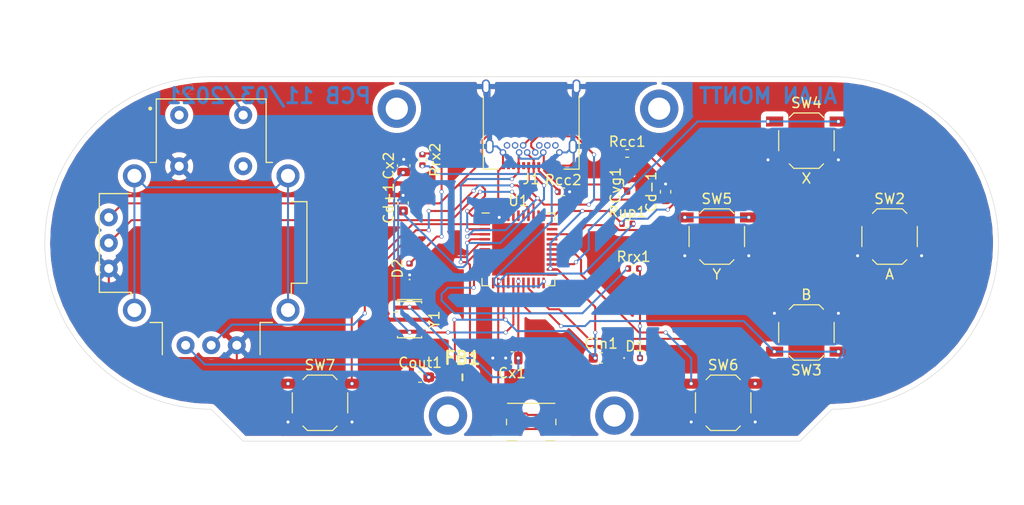
<source format=kicad_pcb>
(kicad_pcb (version 20171130) (host pcbnew "(5.1.9)-1")
  (layers (0 F.Cu signal) (31 B.Cu signal) (34 B.Paste user) (35 F.Paste user) (36 B.SilkS user) (37 F.SilkS user) (38 B.Mask user) (39 F.Mask user) (44 Edge.Cuts user))
  (net 0 "")
  (net 1 GND)
  (net 2 "Net-(Cd+1-Pad1)")
  (net 3 "Net-(Cd-1-Pad1)")
  (net 4 VCC)
  (net 5 "Net-(Cvg1-Pad1)")
  (net 6 XTAL1)
  (net 7 XTAL2)
  (net 8 "Net-(D1-Pad2)")
  (net 9 "Net-(J1-PadA2)")
  (net 10 "Net-(J1-PadA3)")
  (net 11 "Net-(J1-PadA5)")
  (net 12 "Net-(J1-PadA10)")
  (net 13 "Net-(J1-PadA8)")
  (net 14 "Net-(J1-PadA11)")
  (net 15 "Net-(J1-PadB2)")
  (net 16 "Net-(J1-PadB3)")
  (net 17 "Net-(J1-PadB5)")
  (net 18 "Net-(J1-PadB8)")
  (net 19 "Net-(J1-PadB10)")
  (net 20 "Net-(J1-PadB11)")
  (net 21 RXLED)
  (net 22 "Net-(Rup1-Pad2)")
  (net 23 D7)
  (net 24 "Net-(U1-Pad6)")
  (net 25 "Net-(U1-Pad9)")
  (net 26 "Net-(U1-Pad10)")
  (net 27 "Net-(U1-Pad11)")
  (net 28 "D11(PWM)")
  (net 29 D3)
  (net 30 D2)
  (net 31 "D0(RX)")
  (net 32 "D1(TX)")
  (net 33 D4)
  (net 34 D12)
  (net 35 "D6(PWM)")
  (net 36 "D9(PWM)")
  (net 37 "D10(PWM)")
  (net 38 "D5(PWM)")
  (net 39 "D13(PWM)")
  (net 40 "Net-(U1-Pad33)")
  (net 41 A0)
  (net 42 A1)
  (net 43 A2)
  (net 44 A3)
  (net 45 A4)
  (net 46 A5)
  (net 47 "Net-(U1-Pad42)")
  (net 48 "Net-(D2-Pad2)")
  (net 49 TXLED)
  (net 50 SW)
  (net 51 "Net-(U2-PadS1)")
  (net 52 D8)
  (module MountingHole:MountingHole_2.2mm_M2_DIN965_Pad (layer F.Cu) (at 116.205 55.245)
    (fp_text reference REF** hide)
    (fp_text value MountingHole_2.2mm_M2_DIN965_Pad)
    (pad 1 thru_hole circle (at 0 0) (size 3.8 3.8) (drill 2.2) (layers *.Cu *.Mask))
  )
  (module MountingHole:MountingHole_2.2mm_M2_DIN965_Pad (layer F.Cu) (at 90.17 55.245)
    (fp_text reference REF** hide)
    (fp_text value MountingHole_2.2mm_M2_DIN965_Pad)
    (pad 1 thru_hole circle (at 0 0) (size 3.8 3.8) (drill 2.2) (layers *.Cu *.Mask))
  )
  (module MountingHole:MountingHole_2.2mm_M2_DIN965_Pad (layer F.Cu) (at 95.25 85.725)
    (fp_text reference REF** hide)
    (fp_text value MountingHole_2.2mm_M2_DIN965_Pad)
    (pad 1 thru_hole circle (at 0 0) (size 3.8 3.8) (drill 2.2) (layers *.Cu *.Mask))
  )
  (module MountingHole:MountingHole_2.2mm_M2_DIN965_Pad (layer F.Cu) (at 111.76 85.725)
    (fp_text reference REF** hide)
    (fp_text value MountingHole_2.2mm_M2_DIN965_Pad)
    (pad 1 thru_hole circle (at 0 0) (size 3.8 3.8) (drill 2.2) (layers *.Cu *.Mask))
  )
  (module Joystick:XDCR_COM-09032 (layer F.Cu) (at 71.755 68.58)
    (fp_text reference U2 (at -2.625 -15.235) (layer F.SilkS) (effects (font (thickness 0.015))))
    (fp_text value COM-09032)
    (pad B1A thru_hole circle (at -3.175 -12.7) (size 1.778 1.778) (drill 0.9) (layers *.Cu *.Mask) (net 50 SW))
    (pad B1B thru_hole circle (at 3.175 -12.7) (size 1.778 1.778) (drill 0.9) (layers *.Cu *.Mask))
    (pad B2A thru_hole circle (at -3.175 -7.62) (size 1.778 1.778) (drill 0.9) (layers *.Cu *.Mask) (net 1 GND))
    (pad B2B thru_hole circle (at 3.175 -7.62) (size 1.778 1.778) (drill 0.9) (layers *.Cu *.Mask))
    (pad H1 thru_hole circle (at -2.54 10.16) (size 1.778 1.778) (drill 0.889) (layers *.Cu *.Mask) (net 4 VCC))
    (pad H2 thru_hole circle (at 0 10.16) (size 1.778 1.778) (drill 0.889) (layers *.Cu *.Mask) (net 41 A0))
    (pad H3 thru_hole circle (at 2.54 10.16) (size 1.778 1.778) (drill 0.889) (layers *.Cu *.Mask) (net 1 GND))
    (pad S1 thru_hole circle (at -7.62 -6.6675) (size 2.286 2.286) (drill 1.397) (layers *.Cu *.Mask) (net 51 "Net-(U2-PadS1)"))
    (pad S2 thru_hole circle (at -7.62 6.6675) (size 2.286 2.286) (drill 1.397) (layers *.Cu *.Mask) (net 51 "Net-(U2-PadS1)"))
    (pad S3 thru_hole circle (at 7.62 6.6675) (size 2.286 2.286) (drill 1.397) (layers *.Cu *.Mask) (net 51 "Net-(U2-PadS1)"))
    (pad S4 thru_hole circle (at 7.62 -6.6675) (size 2.286 2.286) (drill 1.397) (layers *.Cu *.Mask) (net 51 "Net-(U2-PadS1)"))
    (pad V1 thru_hole circle (at -10.16 -2.54) (size 1.778 1.778) (drill 0.889) (layers *.Cu *.Mask) (net 4 VCC))
    (pad V2 thru_hole circle (at -10.16 0) (size 1.778 1.778) (drill 0.889) (layers *.Cu *.Mask) (net 42 A1))
    (pad V3 thru_hole circle (at -10.16 2.54) (size 1.778 1.778) (drill 0.889) (layers *.Cu *.Mask) (net 1 GND))
  )
  (module Button_Switch_SMD:SW_SPST_TL3342 (layer F.Cu) (at 130.81 77.47 180)
    (fp_text reference SW3 (at 0 -3.75) (layer F.SilkS))
    (fp_text value B (at 0 3.75) (layer F.SilkS))
    (pad 2 smd rect (at 3.15 1.9 180) (size 1.7 1) (layers F.Cu F.Paste F.Mask) (net 1 GND))
    (pad 2 smd rect (at -3.15 1.9 180) (size 1.7 1) (layers F.Cu F.Paste F.Mask) (net 1 GND))
    (pad 1 smd rect (at 3.15 -1.9 180) (size 1.7 1) (layers F.Cu F.Paste F.Mask) (net 29 D3))
    (pad 1 smd rect (at -3.15 -1.9 180) (size 1.7 1) (layers F.Cu F.Paste F.Mask) (net 29 D3))
  )
  (module Capacitor_SMD:C_0603_1608Metric (layer F.Cu) (at 90.795001 64.624999 90)
    (fp_text reference Cd+1 (at 0 -1.43 90) (layer F.SilkS))
    (fp_text value 47n)
    (pad 1 smd roundrect (at -0.775 0 90) (size 0.9 0.95) (layers F.Cu F.Paste F.Mask) (net 2 "Net-(Cd+1-Pad1)"))
    (pad 2 smd roundrect (at 0.775 0 90) (size 0.9 0.95) (layers F.Cu F.Paste F.Mask) (net 1 GND))
  )
  (module Capacitor_SMD:C_0603_1608Metric (layer F.Cu) (at 116.84 63.5 90)
    (fp_text reference Cd-1 (at 0 -1.43 90) (layer F.SilkS))
    (fp_text value 47n)
    (pad 2 smd roundrect (at 0.775 0 90) (size 0.9 0.95) (layers F.Cu F.Paste F.Mask) (net 1 GND))
    (pad 1 smd roundrect (at -0.775 0 90) (size 0.9 0.95) (layers F.Cu F.Paste F.Mask) (net 3 "Net-(Cd-1-Pad1)"))
  )
  (module Capacitor_SMD:C_0603_1608Metric (layer F.Cu) (at 110.435001 80.000001)
    (fp_text reference Cin1 (at 0 -1.43) (layer F.SilkS))
    (fp_text value 4.7u)
    (pad 1 smd roundrect (at -0.775 0) (size 0.9 0.95) (layers F.Cu F.Paste F.Mask) (net 4 VCC))
    (pad 2 smd roundrect (at 0.775 0) (size 0.9 0.95) (layers F.Cu F.Paste F.Mask) (net 1 GND))
  )
  (module Capacitor_SMD:C_0603_1608Metric_Pad1.08x0.95mm_HandSolder (layer F.Cu) (at 92.480001 81.905001)
    (fp_text reference Cout1 (at 0 -1.43) (layer F.SilkS))
    (fp_text value 100n)
    (pad 1 smd roundrect (at -0.8625 0) (size 1.075 0.95) (layers F.Cu F.Paste F.Mask) (net 1 GND))
    (pad 2 smd roundrect (at 0.8625 0) (size 1.075 0.95) (layers F.Cu F.Paste F.Mask) (net 4 VCC))
  )
  (module Capacitor_SMD:C_0402_1005Metric_Pad0.74x0.62mm_HandSolder (layer F.Cu) (at 113.03 62.865 90)
    (fp_text reference Cvg1 (at 0 -1.16 90) (layer F.SilkS))
    (fp_text value 10n)
    (pad 1 smd roundrect (at -0.5675 0 90) (size 0.735 0.62) (layers F.Cu F.Paste F.Mask) (net 5 "Net-(Cvg1-Pad1)"))
    (pad 2 smd roundrect (at 0.5675 0 90) (size 0.735 0.62) (layers F.Cu F.Paste F.Mask) (net 1 GND))
  )
  (module Capacitor_SMD:C_0504_1310Metric_Pad0.83x1.28mm_HandSolder (layer F.Cu) (at 101.6 80.01 180)
    (fp_text reference Cx1 (at 0 -1.49) (layer F.SilkS))
    (fp_text value 22p)
    (pad 1 smd roundrect (at -0.6275 0 180) (size 0.835 1.28) (layers F.Cu F.Paste F.Mask) (net 6 XTAL1))
    (pad 2 smd roundrect (at 0.6275 0 180) (size 0.835 1.28) (layers F.Cu F.Paste F.Mask) (net 1 GND))
  )
  (module Capacitor_SMD:C_0504_1310Metric_Pad0.83x1.28mm_HandSolder (layer F.Cu) (at 90.855001 60.904999 90)
    (fp_text reference Cx2 (at 0 -1.49 90) (layer F.SilkS))
    (fp_text value 22p)
    (pad 2 smd roundrect (at 0.6275 0 90) (size 0.835 1.28) (layers F.Cu F.Paste F.Mask) (net 1 GND))
    (pad 1 smd roundrect (at -0.6275 0 90) (size 0.835 1.28) (layers F.Cu F.Paste F.Mask) (net 7 XTAL2))
  )
  (module LED_SMD:LED_0402_1005Metric (layer F.Cu) (at 113.815 80.01)
    (fp_text reference D1 (at 0 -1.17) (layer F.SilkS))
    (fp_text value LED)
    (pad 2 smd roundrect (at 0.485 0) (size 0.59 0.64) (layers F.Cu F.Paste F.Mask) (net 8 "Net-(D1-Pad2)"))
    (pad 1 smd roundrect (at -0.485 0) (size 0.59 0.64) (layers F.Cu F.Paste F.Mask) (net 1 GND))
  )
  (module LED_SMD:LED_0402_1005Metric (layer F.Cu) (at 91.44 71.12 90)
    (fp_text reference D2 (at 0 -1.195001 90) (layer F.SilkS))
    (fp_text value LED)
    (pad 1 smd roundrect (at -0.485 0 90) (size 0.59 0.64) (layers F.Cu F.Paste F.Mask) (net 1 GND))
    (pad 2 smd roundrect (at 0.485 0 90) (size 0.59 0.64) (layers F.Cu F.Paste F.Mask) (net 48 "Net-(D2-Pad2)"))
  )
  (module FerriteSMD:BEADC1608X95N (layer F.Cu) (at 96.680001 81.925001)
    (fp_text reference FB1 (at 0 -1.915001) (layer F.SilkS) (effects (font (size 1.27 1.27) (thickness 0.254))))
    (fp_text value Ferrite_Bead_Small hide)
    (pad 1 smd rect (at -0.75 0 90) (size 1 1) (layers F.Cu F.Paste F.Mask) (net 4 VCC))
    (pad 2 smd rect (at 0.75 0 90) (size 1 1) (layers F.Cu F.Paste F.Mask) (net 5 "Net-(Cvg1-Pad1)"))
  )
  (module Connector_USB:USB_C_Receptacle_Amphenol_12401548E4-2A (layer F.Cu) (at 103.505 55.88 180)
    (fp_text reference J1 (at 0 -6.36) (layer F.SilkS))
    (fp_text value USB_C_Receptacle)
    (pad B11 thru_hole circle (at -2.4 -3.01 180) (size 0.65 0.65) (drill 0.4) (layers *.Cu *.Mask) (net 20 "Net-(J1-PadB11)"))
    (pad B10 thru_hole circle (at -1.6 -3.01 180) (size 0.65 0.65) (drill 0.4) (layers *.Cu *.Mask) (net 19 "Net-(J1-PadB10)"))
    (pad B8 thru_hole circle (at -0.8 -3.01 180) (size 0.65 0.65) (drill 0.4) (layers *.Cu *.Mask) (net 18 "Net-(J1-PadB8)"))
    (pad B5 thru_hole circle (at 0.8 -3.01 180) (size 0.65 0.65) (drill 0.4) (layers *.Cu *.Mask) (net 17 "Net-(J1-PadB5)"))
    (pad B3 thru_hole circle (at 1.6 -3.01 180) (size 0.65 0.65) (drill 0.4) (layers *.Cu *.Mask) (net 16 "Net-(J1-PadB3)"))
    (pad B2 thru_hole circle (at 2.4 -3.01 180) (size 0.65 0.65) (drill 0.4) (layers *.Cu *.Mask) (net 15 "Net-(J1-PadB2)"))
    (pad B12 thru_hole circle (at -2.8 -3.71 180) (size 0.65 0.65) (drill 0.4) (layers *.Cu *.Mask) (net 1 GND))
    (pad B9 thru_hole circle (at -1.2 -3.71 180) (size 0.65 0.65) (drill 0.4) (layers *.Cu *.Mask) (net 5 "Net-(Cvg1-Pad1)"))
    (pad B7 thru_hole circle (at -0.4 -3.71 180) (size 0.65 0.65) (drill 0.4) (layers *.Cu *.Mask) (net 3 "Net-(Cd-1-Pad1)"))
    (pad B6 thru_hole circle (at 0.4 -3.71 180) (size 0.65 0.65) (drill 0.4) (layers *.Cu *.Mask) (net 2 "Net-(Cd+1-Pad1)"))
    (pad B4 thru_hole circle (at 1.2 -3.71 180) (size 0.65 0.65) (drill 0.4) (layers *.Cu *.Mask) (net 5 "Net-(Cvg1-Pad1)"))
    (pad B1 thru_hole circle (at 2.8 -3.71 180) (size 0.65 0.65) (drill 0.4) (layers *.Cu *.Mask) (net 1 GND))
    (pad "" np_thru_hole circle (at -3.6 -4.36 180) (size 0.65 0.65) (drill 0.65) (layers *.Cu *.Mask))
    (pad "" np_thru_hole oval (at 3.6 -4.36 180) (size 0.95 0.65) (drill oval 0.95 0.65) (layers *.Cu *.Mask))
    (pad S1 thru_hole oval (at -4.49 2.84 180) (size 0.8 1.4) (drill oval 0.5 1.1) (layers *.Cu *.Mask) (net 1 GND))
    (pad S1 thru_hole oval (at 4.49 2.84 180) (size 0.8 1.4) (drill oval 0.5 1.1) (layers *.Cu *.Mask) (net 1 GND))
    (pad S1 thru_hole oval (at 4.13 -3.11 180) (size 0.8 1.4) (drill oval 0.5 1.1) (layers *.Cu *.Mask) (net 1 GND))
    (pad A11 smd rect (at 2.25 -5.02 180) (size 0.3 0.7) (layers F.Cu F.Paste F.Mask) (net 14 "Net-(J1-PadA11)"))
    (pad A8 smd rect (at 0.75 -5.02 180) (size 0.3 0.7) (layers F.Cu F.Paste F.Mask) (net 13 "Net-(J1-PadA8)"))
    (pad A9 smd rect (at 1.25 -5.02 180) (size 0.3 0.7) (layers F.Cu F.Paste F.Mask) (net 5 "Net-(Cvg1-Pad1)"))
    (pad A10 smd rect (at 1.75 -5.02 180) (size 0.3 0.7) (layers F.Cu F.Paste F.Mask) (net 12 "Net-(J1-PadA10)"))
    (pad A12 smd rect (at 2.75 -5.02 180) (size 0.3 0.7) (layers F.Cu F.Paste F.Mask) (net 1 GND))
    (pad A7 smd rect (at 0.25 -5.02 180) (size 0.3 0.7) (layers F.Cu F.Paste F.Mask) (net 3 "Net-(Cd-1-Pad1)"))
    (pad A6 smd rect (at -0.25 -5.02 180) (size 0.3 0.7) (layers F.Cu F.Paste F.Mask) (net 2 "Net-(Cd+1-Pad1)"))
    (pad A5 smd rect (at -0.75 -5.02 180) (size 0.3 0.7) (layers F.Cu F.Paste F.Mask) (net 11 "Net-(J1-PadA5)"))
    (pad A4 smd rect (at -1.25 -5.02 180) (size 0.3 0.7) (layers F.Cu F.Paste F.Mask) (net 5 "Net-(Cvg1-Pad1)"))
    (pad A3 smd rect (at -1.75 -5.02 180) (size 0.3 0.7) (layers F.Cu F.Paste F.Mask) (net 10 "Net-(J1-PadA3)"))
    (pad A2 smd rect (at -2.25 -5.02 180) (size 0.3 0.7) (layers F.Cu F.Paste F.Mask) (net 9 "Net-(J1-PadA2)"))
    (pad A1 smd rect (at -2.75 -5.02 180) (size 0.3 0.7) (layers F.Cu F.Paste F.Mask) (net 1 GND))
    (pad S1 thru_hole oval (at -4.13 -3.11 180) (size 0.8 1.4) (drill oval 0.5 1.1) (layers *.Cu *.Mask) (net 1 GND))
  )
  (module Resistor_SMD:R_0402_1005Metric (layer F.Cu) (at 113.03 59.69)
    (fp_text reference Rcc1 (at 0 -1.17) (layer F.SilkS))
    (fp_text value 5.1k)
    (pad 2 smd roundrect (at 0.51 0) (size 0.54 0.64) (layers F.Cu F.Paste F.Mask) (net 1 GND))
    (pad 1 smd roundrect (at -0.51 0) (size 0.54 0.64) (layers F.Cu F.Paste F.Mask) (net 17 "Net-(J1-PadB5)"))
  )
  (module Resistor_SMD:R_0402_1005Metric (layer F.Cu) (at 106.68 63.5)
    (fp_text reference Rcc2 (at 0 -1.17) (layer F.SilkS))
    (fp_text value 5.1k)
    (pad 1 smd roundrect (at -0.51 0) (size 0.54 0.64) (layers F.Cu F.Paste F.Mask) (net 11 "Net-(J1-PadA5)"))
    (pad 2 smd roundrect (at 0.51 0) (size 0.54 0.64) (layers F.Cu F.Paste F.Mask) (net 1 GND))
  )
  (module Resistor_SMD:R_0402_1005Metric (layer F.Cu) (at 113.665 71.12)
    (fp_text reference Rrx1 (at 0 -1.17) (layer F.SilkS))
    (fp_text value 330)
    (pad 1 smd roundrect (at -0.51 0) (size 0.54 0.64) (layers F.Cu F.Paste F.Mask) (net 21 RXLED))
    (pad 2 smd roundrect (at 0.51 0) (size 0.54 0.64) (layers F.Cu F.Paste F.Mask) (net 8 "Net-(D1-Pad2)"))
  )
  (module Resistor_SMD:R_0402_1005Metric (layer F.Cu) (at 92.71 60.325 90)
    (fp_text reference Rrx2 (at 0 1.27 90) (layer F.SilkS))
    (fp_text value 330)
    (pad 2 smd roundrect (at 0.51 0 90) (size 0.54 0.64) (layers F.Cu F.Paste F.Mask) (net 48 "Net-(D2-Pad2)"))
    (pad 1 smd roundrect (at -0.51 0 90) (size 0.54 0.64) (layers F.Cu F.Paste F.Mask) (net 49 TXLED))
  )
  (module Resistor_SMD:R_0402_1005Metric (layer F.Cu) (at 113.03 66.675)
    (fp_text reference Rup1 (at 0 -1.17) (layer F.SilkS))
    (fp_text value 10k)
    (pad 1 smd roundrect (at -0.51 0) (size 0.54 0.64) (layers F.Cu F.Paste F.Mask) (net 4 VCC))
    (pad 2 smd roundrect (at 0.51 0) (size 0.54 0.64) (layers F.Cu F.Paste F.Mask) (net 22 "Net-(Rup1-Pad2)"))
  )
  (module Button_Switch_SMD:Panasonic_EVQPUM_EVQPUD (layer F.Cu) (at 103.505 86.36 180)
    (fp_text reference SW1 hide)
    (fp_text value SW_Push)
    (pad 2 smd rect (at 2.575 0.85) (size 1.45 1) (layers F.Cu F.Paste F.Mask) (net 22 "Net-(Rup1-Pad2)"))
    (pad 2 smd rect (at -2.575 0.85) (size 1.45 1) (layers F.Cu F.Paste F.Mask) (net 22 "Net-(Rup1-Pad2)"))
    (pad 1 smd rect (at -2.575 -0.85) (size 1.45 1) (layers F.Cu F.Paste F.Mask) (net 1 GND))
    (pad 1 smd rect (at 2.575 -0.85) (size 1.45 1) (layers F.Cu F.Paste F.Mask) (net 1 GND))
    (pad "" np_thru_hole circle (at 0 1.375) (size 0.75 0.75) (drill 0.75) (layers *.Cu *.Mask))
    (pad "" np_thru_hole circle (at 0 -1.375) (size 0.75 0.75) (drill 0.75) (layers *.Cu *.Mask))
  )
  (module Button_Switch_SMD:SW_SPST_TL3342 (layer F.Cu) (at 139.065 67.945)
    (fp_text reference SW2 (at 0 -3.75) (layer F.SilkS))
    (fp_text value A (at 0 3.75) (layer F.SilkS))
    (pad 1 smd rect (at -3.15 -1.9) (size 1.7 1) (layers F.Cu F.Paste F.Mask) (net 30 D2))
    (pad 1 smd rect (at 3.15 -1.9) (size 1.7 1) (layers F.Cu F.Paste F.Mask) (net 30 D2))
    (pad 2 smd rect (at -3.15 1.9) (size 1.7 1) (layers F.Cu F.Paste F.Mask) (net 1 GND))
    (pad 2 smd rect (at 3.15 1.9) (size 1.7 1) (layers F.Cu F.Paste F.Mask) (net 1 GND))
  )
  (module Button_Switch_SMD:SW_SPST_TL3342 (layer F.Cu) (at 130.81 58.42)
    (fp_text reference SW4 (at 0 -3.75) (layer F.SilkS))
    (fp_text value X (at 0 3.75) (layer F.SilkS))
    (pad 1 smd rect (at -3.15 -1.9) (size 1.7 1) (layers F.Cu F.Paste F.Mask) (net 33 D4))
    (pad 1 smd rect (at 3.15 -1.9) (size 1.7 1) (layers F.Cu F.Paste F.Mask) (net 33 D4))
    (pad 2 smd rect (at -3.15 1.9) (size 1.7 1) (layers F.Cu F.Paste F.Mask) (net 1 GND))
    (pad 2 smd rect (at 3.15 1.9) (size 1.7 1) (layers F.Cu F.Paste F.Mask) (net 1 GND))
  )
  (module Button_Switch_SMD:SW_SPST_TL3342 (layer F.Cu) (at 121.92 67.945)
    (fp_text reference SW5 (at 0 -3.75) (layer F.SilkS))
    (fp_text value Y (at 0 3.75) (layer F.SilkS))
    (pad 2 smd rect (at 3.15 1.9) (size 1.7 1) (layers F.Cu F.Paste F.Mask) (net 1 GND))
    (pad 2 smd rect (at -3.15 1.9) (size 1.7 1) (layers F.Cu F.Paste F.Mask) (net 1 GND))
    (pad 1 smd rect (at 3.15 -1.9) (size 1.7 1) (layers F.Cu F.Paste F.Mask) (net 38 "D5(PWM)"))
    (pad 1 smd rect (at -3.15 -1.9) (size 1.7 1) (layers F.Cu F.Paste F.Mask) (net 38 "D5(PWM)"))
  )
  (module Package_DFN_QFN:QFN-44-1EP_7x7mm_P0.5mm_EP5.2x5.2mm (layer F.Cu) (at 102.235 69.215)
    (fp_text reference U1 (at 0 -4.82) (layer F.SilkS))
    (fp_text value ATmega32U4-MU)
    (pad 1 smd roundrect (at -3.3375 -2.5) (size 1.075 0.25) (layers F.Cu F.Paste F.Mask) (net 23 D7))
    (pad 2 smd roundrect (at -3.3375 -2) (size 1.075 0.25) (layers F.Cu F.Paste F.Mask) (net 4 VCC))
    (pad 3 smd roundrect (at -3.3375 -1.5) (size 1.075 0.25) (layers F.Cu F.Paste F.Mask) (net 3 "Net-(Cd-1-Pad1)"))
    (pad 4 smd roundrect (at -3.3375 -1) (size 1.075 0.25) (layers F.Cu F.Paste F.Mask) (net 2 "Net-(Cd+1-Pad1)"))
    (pad 5 smd roundrect (at -3.3375 -0.5) (size 1.075 0.25) (layers F.Cu F.Paste F.Mask) (net 1 GND))
    (pad 6 smd roundrect (at -3.3375 0) (size 1.075 0.25) (layers F.Cu F.Paste F.Mask) (net 24 "Net-(U1-Pad6)"))
    (pad 7 smd roundrect (at -3.3375 0.5) (size 1.075 0.25) (layers F.Cu F.Paste F.Mask) (net 5 "Net-(Cvg1-Pad1)"))
    (pad 8 smd roundrect (at -3.3375 1) (size 1.075 0.25) (layers F.Cu F.Paste F.Mask) (net 21 RXLED))
    (pad 9 smd roundrect (at -3.3375 1.5) (size 1.075 0.25) (layers F.Cu F.Paste F.Mask) (net 25 "Net-(U1-Pad9)"))
    (pad 10 smd roundrect (at -3.3375 2) (size 1.075 0.25) (layers F.Cu F.Paste F.Mask) (net 26 "Net-(U1-Pad10)"))
    (pad 11 smd roundrect (at -3.3375 2.5) (size 1.075 0.25) (layers F.Cu F.Paste F.Mask) (net 27 "Net-(U1-Pad11)"))
    (pad 12 smd roundrect (at -2.5 3.3375) (size 0.25 1.075) (layers F.Cu F.Paste F.Mask) (net 28 "D11(PWM)"))
    (pad 13 smd roundrect (at -2 3.3375) (size 0.25 1.075) (layers F.Cu F.Paste F.Mask) (net 22 "Net-(Rup1-Pad2)"))
    (pad 14 smd roundrect (at -1.5 3.3375) (size 0.25 1.075) (layers F.Cu F.Paste F.Mask) (net 4 VCC))
    (pad 15 smd roundrect (at -1 3.3375) (size 0.25 1.075) (layers F.Cu F.Paste F.Mask) (net 1 GND))
    (pad 16 smd roundrect (at -0.5 3.3375) (size 0.25 1.075) (layers F.Cu F.Paste F.Mask) (net 7 XTAL2))
    (pad 17 smd roundrect (at 0 3.3375) (size 0.25 1.075) (layers F.Cu F.Paste F.Mask) (net 6 XTAL1))
    (pad 18 smd roundrect (at 0.5 3.3375) (size 0.25 1.075) (layers F.Cu F.Paste F.Mask) (net 29 D3))
    (pad 19 smd roundrect (at 1 3.3375) (size 0.25 1.075) (layers F.Cu F.Paste F.Mask) (net 30 D2))
    (pad 20 smd roundrect (at 1.5 3.3375) (size 0.25 1.075) (layers F.Cu F.Paste F.Mask) (net 31 "D0(RX)"))
    (pad 21 smd roundrect (at 2 3.3375) (size 0.25 1.075) (layers F.Cu F.Paste F.Mask) (net 32 "D1(TX)"))
    (pad 22 smd roundrect (at 2.5 3.3375) (size 0.25 1.075) (layers F.Cu F.Paste F.Mask) (net 49 TXLED))
    (pad 23 smd roundrect (at 3.3375 2.5) (size 1.075 0.25) (layers F.Cu F.Paste F.Mask) (net 1 GND))
    (pad 24 smd roundrect (at 3.3375 2) (size 1.075 0.25) (layers F.Cu F.Paste F.Mask) (net 4 VCC))
    (pad 25 smd roundrect (at 3.3375 1.5) (size 1.075 0.25) (layers F.Cu F.Paste F.Mask) (net 33 D4))
    (pad 26 smd roundrect (at 3.3375 1) (size 1.075 0.25) (layers F.Cu F.Paste F.Mask) (net 34 D12))
    (pad 27 smd roundrect (at 3.3375 0.5) (size 1.075 0.25) (layers F.Cu F.Paste F.Mask) (net 35 "D6(PWM)"))
    (pad 28 smd roundrect (at 3.3375 0) (size 1.075 0.25) (layers F.Cu F.Paste F.Mask) (net 52 D8))
    (pad 29 smd roundrect (at 3.3375 -0.5) (size 1.075 0.25) (layers F.Cu F.Paste F.Mask) (net 36 "D9(PWM)"))
    (pad 30 smd roundrect (at 3.3375 -1) (size 1.075 0.25) (layers F.Cu F.Paste F.Mask) (net 37 "D10(PWM)"))
    (pad 31 smd roundrect (at 3.3375 -1.5) (size 1.075 0.25) (layers F.Cu F.Paste F.Mask) (net 38 "D5(PWM)"))
    (pad 32 smd roundrect (at 3.3375 -2) (size 1.075 0.25) (layers F.Cu F.Paste F.Mask) (net 39 "D13(PWM)"))
    (pad 33 smd roundrect (at 3.3375 -2.5) (size 1.075 0.25) (layers F.Cu F.Paste F.Mask) (net 40 "Net-(U1-Pad33)"))
    (pad 34 smd roundrect (at 2.5 -3.3375) (size 0.25 1.075) (layers F.Cu F.Paste F.Mask) (net 4 VCC))
    (pad 35 smd roundrect (at 2 -3.3375) (size 0.25 1.075) (layers F.Cu F.Paste F.Mask) (net 1 GND))
    (pad 36 smd roundrect (at 1.5 -3.3375) (size 0.25 1.075) (layers F.Cu F.Paste F.Mask) (net 41 A0))
    (pad 37 smd roundrect (at 1 -3.3375) (size 0.25 1.075) (layers F.Cu F.Paste F.Mask) (net 42 A1))
    (pad 38 smd roundrect (at 0.5 -3.3375) (size 0.25 1.075) (layers F.Cu F.Paste F.Mask) (net 43 A2))
    (pad 39 smd roundrect (at 0 -3.3375) (size 0.25 1.075) (layers F.Cu F.Paste F.Mask) (net 44 A3))
    (pad 40 smd roundrect (at -0.5 -3.3375) (size 0.25 1.075) (layers F.Cu F.Paste F.Mask) (net 45 A4))
    (pad 41 smd roundrect (at -1 -3.3375) (size 0.25 1.075) (layers F.Cu F.Paste F.Mask) (net 46 A5))
    (pad 42 smd roundrect (at -1.5 -3.3375) (size 0.25 1.075) (layers F.Cu F.Paste F.Mask) (net 47 "Net-(U1-Pad42)"))
    (pad 43 smd roundrect (at -2 -3.3375) (size 0.25 1.075) (layers F.Cu F.Paste F.Mask) (net 1 GND))
    (pad 44 smd roundrect (at -2.5 -3.3375) (size 0.25 1.075) (layers F.Cu F.Paste F.Mask) (net 4 VCC))
    (pad 45 smd rect (at 0 0) (size 5.2 5.2) (layers F.Cu F.Mask) (net 1 GND))
  )
  (module Crystal:Resonator_SMD_muRata_CSTxExxV-3Pin_3.0x1.1mm_HandSoldering (layer F.Cu) (at 91.44 76.2 270)
    (fp_text reference Y1 (at 0 -2.45 90) (layer F.SilkS))
    (fp_text value Crystal_GND2)
    (pad 1 smd rect (at -1.2 0 270) (size 0.4 3.2) (layers F.Cu F.Paste F.Mask) (net 6 XTAL1))
    (pad 2 smd rect (at 0 0 270) (size 0.4 3.2) (layers F.Cu F.Paste F.Mask) (net 1 GND))
    (pad 3 smd rect (at 1.2 0 270) (size 0.4 3.2) (layers F.Cu F.Paste F.Mask) (net 7 XTAL2))
  )
  (module Button_Switch_SMD:SW_SPST_TL3342 (layer F.Cu) (at 122.555 84.455)
    (fp_text reference SW6 (at 0 -3.75) (layer F.SilkS))
    (fp_text value START)
    (pad 1 smd rect (at -3.15 -1.9) (size 1.7 1) (layers F.Cu F.Paste F.Mask) (net 35 "D6(PWM)"))
    (pad 1 smd rect (at 3.15 -1.9) (size 1.7 1) (layers F.Cu F.Paste F.Mask) (net 35 "D6(PWM)"))
    (pad 2 smd rect (at -3.15 1.9) (size 1.7 1) (layers F.Cu F.Paste F.Mask) (net 1 GND))
    (pad 2 smd rect (at 3.15 1.9) (size 1.7 1) (layers F.Cu F.Paste F.Mask) (net 1 GND))
  )
  (module Button_Switch_SMD:SW_SPST_TL3342 (layer F.Cu) (at 82.55 84.455)
    (fp_text reference SW7 (at 0 -3.75) (layer F.SilkS))
    (fp_text value SELECT)
    (pad 2 smd rect (at 3.15 1.9) (size 1.7 1) (layers F.Cu F.Paste F.Mask) (net 1 GND))
    (pad 2 smd rect (at -3.15 1.9) (size 1.7 1) (layers F.Cu F.Paste F.Mask) (net 1 GND))
    (pad 1 smd rect (at 3.15 -1.9) (size 1.7 1) (layers F.Cu F.Paste F.Mask) (net 23 D7))
    (pad 1 smd rect (at -3.15 -1.9) (size 1.7 1) (layers F.Cu F.Paste F.Mask) (net 23 D7))
  )
  (gr_text "PCB 11/03/2021\n" (at 77.47 53.975) (layer B.Cu) (effects (font (size 1.5 1.5) (thickness 0.3)) (justify mirror)))
  (gr_text "ALAN MONTT" (at 127 53.975) (layer B.Cu) (effects (font (size 1.5 1.5) (thickness 0.3)) (justify mirror)))
  (gr_line (start 108.585 88.265) (end 130.175 88.265) (layer Edge.Cuts) (width 0.05))
  (gr_line (start 74.93 88.265) (end 98.425 88.265) (layer Edge.Cuts) (width 0.05))
  (gr_line (start 71.755 85.09) (end 74.93 88.265) (layer Edge.Cuts) (width 0.05))
  (gr_line (start 71.755 52.07) (end 133.35 52.07) (layer Edge.Cuts) (width 0.05))
  (gr_arc (start 133.35 68.58) (end 133.35 85.09) (angle -180) (layer Edge.Cuts) (width 0.05))
  (gr_arc (start 71.755 68.58) (end 71.755 52.07) (angle -180) (layer Edge.Cuts) (width 0.05))
  (gr_line (start 130.175 88.265) (end 133.35 85.09) (layer Edge.Cuts) (width 0.05))
  (gr_line (start 107.95 88.265) (end 108.585 88.265) (layer Edge.Cuts) (width 0.05))
  (gr_line (start 98.425 88.265) (end 107.95 88.265) (layer Edge.Cuts) (width 0.05))
  (via (at 99.695 80.01) (size 0.4) (drill 0.3) (layers F.Cu B.Cu) (net 1))
  (via (at 107.315 63.5) (size 0.4) (drill 0.3) (layers F.Cu B.Cu) (net 1))
  (via (at 91.44 71.755) (size 0.4) (drill 0.3) (layers F.Cu B.Cu) (net 1))
  (via (at 100.33 66.04) (size 0.4) (drill 0.3) (layers F.Cu B.Cu) (net 1))
  (segment (start 100.705 60.85) (end 100.755 60.9) (width 0.2) (layer F.Cu) (net 1))
  (segment (start 100.705 59.59) (end 100.705 60.85) (width 0.2) (layer F.Cu) (net 1))
  (segment (start 100.235 61.42) (end 100.235 65.8775) (width 0.2) (layer F.Cu) (net 1))
  (segment (start 100.755 60.9) (end 100.235 61.42) (width 0.2) (layer F.Cu) (net 1))
  (segment (start 107.730001 59.085001) (end 107.635 58.99) (width 0.2) (layer F.Cu) (net 1))
  (segment (start 107.730001 60.540001) (end 107.730001 59.085001) (width 0.2) (layer F.Cu) (net 1))
  (segment (start 107.370002 60.9) (end 107.730001 60.540001) (width 0.2) (layer F.Cu) (net 1))
  (segment (start 106.255 60.9) (end 107.370002 60.9) (width 0.2) (layer F.Cu) (net 1))
  (segment (start 100.105 58.99) (end 100.705 59.59) (width 0.2) (layer B.Cu) (net 1))
  (segment (start 99.375 58.99) (end 100.105 58.99) (width 0.2) (layer B.Cu) (net 1))
  (segment (start 99.375 53.4) (end 99.015 53.04) (width 0.2) (layer B.Cu) (net 1))
  (segment (start 99.375 58.99) (end 99.375 53.4) (width 0.2) (layer B.Cu) (net 1))
  (segment (start 107.635 53.4) (end 107.995 53.04) (width 0.2) (layer B.Cu) (net 1))
  (segment (start 107.635 58.99) (end 107.635 53.4) (width 0.2) (layer B.Cu) (net 1))
  (segment (start 107.035 59.59) (end 107.635 58.99) (width 0.2) (layer B.Cu) (net 1))
  (segment (start 106.305 59.59) (end 107.035 59.59) (width 0.2) (layer B.Cu) (net 1))
  (segment (start 99.015 53.04) (end 107.995 53.04) (width 0.2) (layer F.Cu) (net 1))
  (segment (start 100.522342 66.71501) (end 103.947658 66.71501) (width 0.2) (layer F.Cu) (net 1))
  (segment (start 100.235 66.427668) (end 100.522342 66.71501) (width 0.2) (layer F.Cu) (net 1))
  (segment (start 100.235 65.8775) (end 100.235 66.427668) (width 0.2) (layer F.Cu) (net 1))
  (segment (start 101.735 68.715) (end 102.235 69.215) (width 0.2) (layer F.Cu) (net 1))
  (segment (start 98.8975 68.715) (end 101.735 68.715) (width 0.2) (layer F.Cu) (net 1))
  (segment (start 104.735 71.715) (end 102.235 69.215) (width 0.2) (layer F.Cu) (net 1))
  (segment (start 105.5725 71.715) (end 104.735 71.715) (width 0.2) (layer F.Cu) (net 1))
  (segment (start 91.795011 62.849989) (end 90.795001 63.849999) (width 0.2) (layer F.Cu) (net 1))
  (segment (start 91.795011 60.577509) (end 91.795011 62.849989) (width 0.2) (layer F.Cu) (net 1))
  (segment (start 91.495001 60.277499) (end 91.795011 60.577509) (width 0.2) (layer F.Cu) (net 1))
  (segment (start 90.855001 60.277499) (end 90.855001 60.277499) (width 0.2) (layer F.Cu) (net 1))
  (segment (start 90.795001 63.849999) (end 90.795001 63.849999) (width 0.2) (layer F.Cu) (net 1))
  (via (at 90.795001 63.849999) (size 0.4) (drill 0.3) (layers F.Cu B.Cu) (net 1))
  (segment (start 90.304999 64.340001) (end 90.304999 70.619999) (width 0.2) (layer B.Cu) (net 1))
  (segment (start 90.795001 63.849999) (end 90.304999 64.340001) (width 0.2) (layer B.Cu) (net 1))
  (segment (start 90.304999 70.619999) (end 91.44 71.755) (width 0.2) (layer B.Cu) (net 1))
  (segment (start 107.200001 86.089999) (end 106.08 87.21) (width 0.2) (layer F.Cu) (net 1))
  (segment (start 105.929999 87.059999) (end 101.080001 87.059999) (width 0.2) (layer F.Cu) (net 1))
  (segment (start 101.080001 87.059999) (end 100.93 87.21) (width 0.2) (layer F.Cu) (net 1))
  (segment (start 106.08 87.21) (end 105.929999 87.059999) (width 0.2) (layer F.Cu) (net 1))
  (segment (start 91.617501 81.905001) (end 88.890001 81.905001) (width 0.2) (layer F.Cu) (net 1))
  (segment (start 88.890001 81.905001) (end 87.63 80.645) (width 0.2) (layer F.Cu) (net 1))
  (segment (start 89.64 76.2) (end 91.44 76.2) (width 0.2) (layer F.Cu) (net 1))
  (segment (start 87.63 80.645) (end 87.63 78.21) (width 0.2) (layer F.Cu) (net 1))
  (segment (start 91.44 71.605) (end 89.685 71.605) (width 0.2) (layer F.Cu) (net 1))
  (segment (start 89.685 71.605) (end 87.63 73.66) (width 0.2) (layer F.Cu) (net 1))
  (segment (start 87.63 74.295) (end 89.5875 76.2525) (width 0.2) (layer F.Cu) (net 1))
  (segment (start 89.5875 76.2525) (end 89.64 76.2) (width 0.2) (layer F.Cu) (net 1))
  (segment (start 87.63 73.66) (end 87.63 74.295) (width 0.2) (layer F.Cu) (net 1))
  (segment (start 87.63 78.21) (end 89.5875 76.2525) (width 0.2) (layer F.Cu) (net 1))
  (segment (start 107.200001 84.340001) (end 107.200001 86.089999) (width 0.2) (layer F.Cu) (net 1))
  (segment (start 110.434991 80.775011) (end 111.210001 80.000001) (width 0.2) (layer F.Cu) (net 1))
  (segment (start 107.975011 80.775011) (end 110.434991 80.775011) (width 0.2) (layer F.Cu) (net 1))
  (segment (start 111.22 80.01) (end 111.210001 80.000001) (width 0.2) (layer F.Cu) (net 1))
  (segment (start 113.33 80.01) (end 111.22 80.01) (width 0.2) (layer F.Cu) (net 1))
  (segment (start 107.730001 59.085001) (end 107.635 58.99) (width 0.2) (layer B.Cu) (net 1))
  (segment (start 107.730001 63.084999) (end 107.730001 59.085001) (width 0.2) (layer B.Cu) (net 1))
  (segment (start 107.315 63.5) (end 107.730001 63.084999) (width 0.2) (layer B.Cu) (net 1))
  (segment (start 116.4125 62.2975) (end 116.84 62.725) (width 0.2) (layer F.Cu) (net 1))
  (segment (start 113.03 62.2975) (end 116.4125 62.2975) (width 0.2) (layer F.Cu) (net 1))
  (segment (start 113.03 60.2) (end 113.54 59.69) (width 0.2) (layer F.Cu) (net 1))
  (segment (start 113.03 62.2975) (end 113.03 60.2) (width 0.2) (layer F.Cu) (net 1))
  (segment (start 100.9725 80.65) (end 102.8725 82.55) (width 0.2) (layer F.Cu) (net 1))
  (segment (start 100.9725 80.01) (end 100.9725 80.01) (width 0.2) (layer F.Cu) (net 1))
  (segment (start 105.41 82.55) (end 107.200001 84.340001) (width 0.2) (layer F.Cu) (net 1))
  (segment (start 102.8725 82.55) (end 105.41 82.55) (width 0.2) (layer F.Cu) (net 1))
  (segment (start 107.200001 81.550021) (end 107.975011 80.775011) (width 0.2) (layer F.Cu) (net 1))
  (segment (start 107.200001 84.340001) (end 107.200001 81.550021) (width 0.2) (layer F.Cu) (net 1))
  (segment (start 100.9725 80.01) (end 100.9725 80.65) (width 0.2) (layer F.Cu) (net 1))
  (via (at 100.9725 80.01) (size 0.4) (drill 0.3) (layers F.Cu B.Cu) (net 1))
  (segment (start 100.9725 80.01) (end 99.695 80.01) (width 0.2) (layer B.Cu) (net 1))
  (segment (start 99.695 80.01) (end 99.06 80.645) (width 0.2) (layer F.Cu) (net 1))
  (segment (start 99.06 80.645) (end 99.06 82.55) (width 0.2) (layer F.Cu) (net 1))
  (segment (start 99.06 82.55) (end 98.425 83.185) (width 0.2) (layer F.Cu) (net 1))
  (segment (start 91.617501 81.905001) (end 92.8975 83.185) (width 0.2) (layer F.Cu) (net 1))
  (segment (start 92.8975 83.185) (end 98.425 83.185) (width 0.2) (layer F.Cu) (net 1))
  (segment (start 90.855001 60.277499) (end 91.495001 60.277499) (width 0.2) (layer F.Cu) (net 1))
  (via (at 90.855001 60.277499) (size 0.4) (drill 0.3) (layers F.Cu B.Cu) (net 1))
  (segment (start 111.6325 60.9) (end 113.03 62.2975) (width 0.2) (layer F.Cu) (net 1))
  (segment (start 107.370002 60.9) (end 111.6325 60.9) (width 0.2) (layer F.Cu) (net 1))
  (segment (start 61.595 71.12) (end 59.055 68.58) (width 0.2) (layer F.Cu) (net 1))
  (segment (start 59.055 68.58) (end 59.055 63.5) (width 0.2) (layer F.Cu) (net 1))
  (segment (start 59.055 63.5) (end 63.5 59.055) (width 0.2) (layer F.Cu) (net 1))
  (segment (start 66.675 59.055) (end 68.58 60.96) (width 0.2) (layer F.Cu) (net 1))
  (segment (start 63.5 59.055) (end 66.675 59.055) (width 0.2) (layer F.Cu) (net 1))
  (segment (start 61.595 75.565) (end 61.595 71.12) (width 0.2) (layer F.Cu) (net 1))
  (segment (start 66.04 80.01) (end 61.595 75.565) (width 0.2) (layer F.Cu) (net 1))
  (segment (start 73.025 80.01) (end 66.04 80.01) (width 0.2) (layer F.Cu) (net 1))
  (segment (start 74.295 78.74) (end 73.025 80.01) (width 0.2) (layer F.Cu) (net 1))
  (segment (start 102.235 69.215) (end 101.235 70.215) (width 0.2) (layer F.Cu) (net 1))
  (segment (start 98.29 68.715) (end 98.8975 68.715) (width 0.2) (layer F.Cu) (net 1))
  (segment (start 97.020001 69.984999) (end 98.29 68.715) (width 0.2) (layer F.Cu) (net 1))
  (segment (start 93.210001 69.984999) (end 97.020001 69.984999) (width 0.2) (layer F.Cu) (net 1))
  (segment (start 91.44 71.755) (end 93.210001 69.984999) (width 0.2) (layer F.Cu) (net 1))
  (segment (start 101.235 70.215) (end 101.235 72.5525) (width 0.2) (layer F.Cu) (net 1))
  (segment (start 74.295 83.140002) (end 78.784998 87.63) (width 0.2) (layer F.Cu) (net 1))
  (segment (start 74.295 78.74) (end 74.295 83.140002) (width 0.2) (layer F.Cu) (net 1))
  (segment (start 91.617501 82.380001) (end 91.617501 81.905001) (width 0.2) (layer F.Cu) (net 1))
  (segment (start 86.367502 87.63) (end 91.617501 82.380001) (width 0.2) (layer F.Cu) (net 1))
  (segment (start 78.784998 87.63) (end 86.367502 87.63) (width 0.2) (layer F.Cu) (net 1))
  (segment (start 104.235 67.215) (end 102.235 69.215) (width 0.2) (layer F.Cu) (net 1))
  (segment (start 104.235 65.8775) (end 104.235 67.215) (width 0.2) (layer F.Cu) (net 1))
  (via (at 97.155 68.58) (size 0.4) (drill 0.3) (layers F.Cu B.Cu) (net 2))
  (via (at 104.775 62.865) (size 0.4) (drill 0.3) (layers F.Cu B.Cu) (net 2))
  (via (at 90.805 65.405) (size 0.4) (drill 0.3) (layers F.Cu B.Cu) (net 2))
  (segment (start 103.755 60.35) (end 103.755 60.9) (width 0.2) (layer F.Cu) (net 2))
  (segment (start 103.105 59.7) (end 103.755 60.35) (width 0.2) (layer F.Cu) (net 2))
  (segment (start 103.105 59.59) (end 103.105 59.7) (width 0.2) (layer F.Cu) (net 2))
  (segment (start 103.755 60.9) (end 103.755 61.45) (width 0.2) (layer F.Cu) (net 2))
  (segment (start 97.52 68.215) (end 98.8975 68.215) (width 0.2) (layer F.Cu) (net 2))
  (segment (start 97.155 68.58) (end 97.52 68.215) (width 0.2) (layer F.Cu) (net 2))
  (segment (start 100.435002 68.58) (end 97.155 68.58) (width 0.2) (layer B.Cu) (net 2))
  (segment (start 104.775 64.240002) (end 100.435002 68.58) (width 0.2) (layer B.Cu) (net 2))
  (segment (start 104.775 62.865) (end 104.775 64.240002) (width 0.2) (layer B.Cu) (net 2))
  (segment (start 97.155 70.590002) (end 97.155 68.58) (width 0.2) (layer B.Cu) (net 2))
  (segment (start 96.102159 70.985001) (end 96.760001 70.985001) (width 0.2) (layer B.Cu) (net 2))
  (segment (start 96.760001 70.985001) (end 97.155 70.590002) (width 0.2) (layer B.Cu) (net 2))
  (segment (start 90.805 65.687842) (end 96.102159 70.985001) (width 0.2) (layer B.Cu) (net 2))
  (segment (start 90.805 65.405) (end 90.805 65.687842) (width 0.2) (layer B.Cu) (net 2))
  (segment (start 103.755 61.45) (end 103.755 61.845) (width 0.2) (layer F.Cu) (net 2))
  (segment (start 103.755 61.845) (end 104.775 62.865) (width 0.2) (layer F.Cu) (net 2))
  (via (at 97.155 67.945) (size 0.4) (drill 0.3) (layers F.Cu B.Cu) (net 3))
  (segment (start 103.905 59.59) (end 103.905 59.7) (width 0.2) (layer F.Cu) (net 3))
  (segment (start 104.775 64.77) (end 104.14 64.135) (width 0.2) (layer F.Cu) (net 3))
  (segment (start 109.22 64.77) (end 109.22 64.77) (width 0.2) (layer F.Cu) (net 3))
  (segment (start 103.505 58.655698) (end 104.170708 57.98999) (width 0.2) (layer F.Cu) (net 3))
  (segment (start 103.255 63.25) (end 103.255 60.9) (width 0.2) (layer F.Cu) (net 3))
  (segment (start 104.170708 57.98999) (end 107.924953 57.98999) (width 0.2) (layer F.Cu) (net 3))
  (segment (start 103.905 59.415002) (end 103.505 59.015002) (width 0.2) (layer F.Cu) (net 3))
  (segment (start 103.505 59.015002) (end 103.505 58.655698) (width 0.2) (layer F.Cu) (net 3))
  (segment (start 103.905 59.59) (end 103.905 59.415002) (width 0.2) (layer F.Cu) (net 3))
  (segment (start 104.14 64.135) (end 103.255 63.25) (width 0.2) (layer F.Cu) (net 3))
  (via (at 104.14 64.135) (size 0.4) (drill 0.3) (layers F.Cu B.Cu) (net 3))
  (segment (start 100.965 67.31) (end 97.79 67.31) (width 0.2) (layer B.Cu) (net 3))
  (segment (start 104.14 64.135) (end 100.965 67.31) (width 0.2) (layer B.Cu) (net 3))
  (segment (start 109.22 64.77) (end 104.775 64.77) (width 0.2) (layer F.Cu) (net 3))
  (via (at 109.22 64.77) (size 0.4) (drill 0.3) (layers F.Cu B.Cu) (net 3))
  (via (at 109.739982 59.805018) (size 0.4) (drill 0.3) (layers F.Cu B.Cu) (net 3))
  (segment (start 109.539983 59.605019) (end 109.739982 59.805018) (width 0.2) (layer F.Cu) (net 3))
  (segment (start 107.924953 57.98999) (end 109.539983 59.605019) (width 0.2) (layer F.Cu) (net 3))
  (segment (start 109.739982 64.250018) (end 109.22 64.77) (width 0.2) (layer B.Cu) (net 3))
  (segment (start 109.739982 59.805018) (end 109.739982 64.250018) (width 0.2) (layer B.Cu) (net 3))
  (segment (start 116.84 64.275) (end 109.715 64.275) (width 0.2) (layer F.Cu) (net 3))
  (segment (start 109.715 64.275) (end 109.22 64.77) (width 0.2) (layer F.Cu) (net 3))
  (segment (start 97.385 67.715) (end 97.155 67.945) (width 0.2) (layer F.Cu) (net 3))
  (segment (start 98.8975 67.715) (end 97.385 67.715) (width 0.2) (layer F.Cu) (net 3))
  (segment (start 97.79 67.31) (end 97.155 67.945) (width 0.2) (layer B.Cu) (net 3))
  (via (at 97.155 67.31) (size 0.4) (drill 0.3) (layers F.Cu B.Cu) (net 4))
  (via (at 97.155 65.405) (size 0.4) (drill 0.3) (layers F.Cu B.Cu) (net 4))
  (via (at 95.885 76.2) (size 0.4) (drill 0.3) (layers F.Cu B.Cu) (net 4))
  (via (at 79.375 86.36) (size 0.4) (drill 0.3) (layers F.Cu B.Cu) (net 1))
  (via (at 85.725 86.36) (size 0.4) (drill 0.3) (layers F.Cu B.Cu) (net 1))
  (via (at 125.73 86.36) (size 0.4) (drill 0.3) (layers F.Cu B.Cu) (net 1))
  (via (at 119.38 86.36) (size 0.4) (drill 0.3) (layers F.Cu B.Cu) (net 1))
  (via (at 100.965 76.2) (size 0.4) (drill 0.3) (layers F.Cu B.Cu) (net 4))
  (via (at 109.855 80.01) (size 0.4) (drill 0.3) (layers F.Cu B.Cu) (net 4))
  (via (at 109.855 77.47) (size 0.4) (drill 0.3) (layers F.Cu B.Cu) (net 4))
  (via (at 133.985 60.325) (size 0.4) (drill 0.3) (layers F.Cu B.Cu) (net 1))
  (segment (start 127.635 60.325) (end 133.985 60.325) (width 0.2) (layer B.Cu) (net 1))
  (via (at 127 60.325) (size 0.4) (drill 0.3) (layers F.Cu B.Cu) (net 1))
  (via (at 118.745 69.85) (size 0.4) (drill 0.3) (layers F.Cu B.Cu) (net 1))
  (via (at 125.095 69.85) (size 0.4) (drill 0.3) (layers F.Cu B.Cu) (net 1))
  (via (at 127.635 75.565) (size 0.4) (drill 0.3) (layers F.Cu B.Cu) (net 1))
  (via (at 133.985 75.565) (size 0.4) (drill 0.3) (layers F.Cu B.Cu) (net 1))
  (via (at 142.24 69.85) (size 0.4) (drill 0.3) (layers F.Cu B.Cu) (net 1))
  (via (at 135.89 69.85) (size 0.4) (drill 0.3) (layers F.Cu B.Cu) (net 1))
  (via (at 105.41 71.12) (size 0.4) (drill 0.3) (layers F.Cu B.Cu) (net 4))
  (segment (start 93.362501 81.925001) (end 93.342501 81.905001) (width 0.2) (layer F.Cu) (net 4))
  (segment (start 95.930001 81.925001) (end 93.362501 81.925001) (width 0.2) (layer F.Cu) (net 4))
  (segment (start 105.785168 65.8775) (end 106.257668 65.405) (width 0.2) (layer F.Cu) (net 4))
  (segment (start 104.735 65.8775) (end 105.785168 65.8775) (width 0.2) (layer F.Cu) (net 4))
  (segment (start 111.25 65.405) (end 112.4575 66.6125) (width 0.2) (layer F.Cu) (net 4))
  (segment (start 106.257668 65.405) (end 108.585 65.405) (width 0.2) (layer F.Cu) (net 4))
  (segment (start 106.122668 71.215) (end 109.660001 74.752333) (width 0.2) (layer F.Cu) (net 4))
  (segment (start 105.5725 71.215) (end 106.122668 71.215) (width 0.2) (layer F.Cu) (net 4))
  (segment (start 108.585 65.405) (end 111.25 65.405) (width 0.2) (layer F.Cu) (net 4))
  (via (at 108.585 65.405) (size 0.4) (drill 0.3) (layers F.Cu B.Cu) (net 4))
  (segment (start 105.41 68.58) (end 108.585 65.405) (width 0.2) (layer B.Cu) (net 4))
  (segment (start 105.41 71.12) (end 105.41 68.58) (width 0.2) (layer B.Cu) (net 4))
  (segment (start 112.4575 66.6125) (end 112.52 66.675) (width 0.2) (layer F.Cu) (net 4))
  (via (at 112.4575 66.6125) (size 0.4) (drill 0.3) (layers F.Cu B.Cu) (net 4))
  (segment (start 93.342501 81.905001) (end 93.342501 81.917499) (width 0.2) (layer F.Cu) (net 4))
  (segment (start 135.89 69.85) (end 142.24 69.85) (width 0.2) (layer B.Cu) (net 1))
  (segment (start 135.89 73.66) (end 133.985 75.565) (width 0.2) (layer B.Cu) (net 1))
  (segment (start 135.89 69.85) (end 135.89 73.66) (width 0.2) (layer B.Cu) (net 1))
  (segment (start 127.635 72.39) (end 125.095 69.85) (width 0.2) (layer B.Cu) (net 1))
  (segment (start 127.635 75.565) (end 127.635 72.39) (width 0.2) (layer B.Cu) (net 1))
  (segment (start 112.895001 66.174999) (end 112.4575 66.6125) (width 0.2) (layer B.Cu) (net 4))
  (segment (start 115.069999 66.174999) (end 112.895001 66.174999) (width 0.2) (layer B.Cu) (net 4))
  (segment (start 125.095 69.85) (end 118.745 69.85) (width 0.2) (layer B.Cu) (net 1))
  (segment (start 127 67.945) (end 125.095 69.85) (width 0.2) (layer B.Cu) (net 1))
  (segment (start 127 60.325) (end 127 67.945) (width 0.2) (layer B.Cu) (net 1))
  (segment (start 109.660001 74.752333) (end 109.677333 74.752333) (width 0.2) (layer F.Cu) (net 4))
  (segment (start 109.855 74.93) (end 109.855 77.47) (width 0.2) (layer F.Cu) (net 4))
  (segment (start 109.677333 74.752333) (end 109.855 74.93) (width 0.2) (layer F.Cu) (net 4))
  (segment (start 109.855 77.47) (end 109.855 80.01) (width 0.2) (layer B.Cu) (net 4))
  (segment (start 107.180001 77.335001) (end 109.855 80.01) (width 0.2) (layer B.Cu) (net 4))
  (segment (start 102.100001 77.335001) (end 107.180001 77.335001) (width 0.2) (layer B.Cu) (net 4))
  (segment (start 100.965 76.2) (end 102.100001 77.335001) (width 0.2) (layer B.Cu) (net 4))
  (segment (start 100.765001 76.000001) (end 100.765001 72.695001) (width 0.2) (layer F.Cu) (net 4))
  (segment (start 100.965 76.2) (end 100.765001 76.000001) (width 0.2) (layer F.Cu) (net 4))
  (segment (start 93.342501 81.917499) (end 93.342501 82.380001) (width 0.2) (layer F.Cu) (net 4))
  (via (at 93.342501 81.917499) (size 0.4) (drill 0.3) (layers F.Cu B.Cu) (net 4))
  (segment (start 93.342501 81.917499) (end 92.075 80.649998) (width 0.2) (layer B.Cu) (net 4))
  (segment (start 71.124998 80.649998) (end 71.12 80.645) (width 0.2) (layer B.Cu) (net 4))
  (segment (start 92.075 80.649998) (end 71.124998 80.649998) (width 0.2) (layer B.Cu) (net 4))
  (segment (start 71.12 80.645) (end 69.215 78.74) (width 0.2) (layer B.Cu) (net 4))
  (segment (start 127.635 75.565) (end 133.985 75.565) (width 0.2) (layer B.Cu) (net 1))
  (segment (start 127.740002 86.36) (end 125.73 86.36) (width 0.2) (layer B.Cu) (net 1))
  (segment (start 134.485001 79.615001) (end 127.740002 86.36) (width 0.2) (layer B.Cu) (net 1))
  (segment (start 134.485001 76.065001) (end 134.485001 79.615001) (width 0.2) (layer B.Cu) (net 1))
  (segment (start 133.985 75.565) (end 134.485001 76.065001) (width 0.2) (layer B.Cu) (net 1))
  (segment (start 119.38 86.36) (end 125.73 86.36) (width 0.2) (layer B.Cu) (net 1))
  (segment (start 79.405 86.36) (end 79.4 86.355) (width 0.2) (layer F.Cu) (net 1))
  (segment (start 116.84 62.725) (end 116.84 62.725) (width 0.2) (layer F.Cu) (net 1))
  (via (at 116.84 62.725) (size 0.4) (drill 0.3) (layers F.Cu B.Cu) (net 1))
  (segment (start 118.244999 64.129999) (end 116.84 62.725) (width 0.2) (layer B.Cu) (net 1))
  (segment (start 118.244999 69.349999) (end 118.244999 64.129999) (width 0.2) (layer B.Cu) (net 1))
  (segment (start 118.745 69.85) (end 118.244999 69.349999) (width 0.2) (layer B.Cu) (net 1))
  (segment (start 79.375 86.36) (end 79.375 86.995) (width 0.2) (layer F.Cu) (net 1))
  (segment (start 78.784998 87.585002) (end 78.784998 87.63) (width 0.2) (layer F.Cu) (net 1))
  (segment (start 79.375 86.995) (end 78.784998 87.585002) (width 0.2) (layer F.Cu) (net 1))
  (segment (start 85.7 86.962498) (end 86.367502 87.63) (width 0.2) (layer F.Cu) (net 1))
  (segment (start 85.7 86.355) (end 85.7 86.962498) (width 0.2) (layer F.Cu) (net 1))
  (segment (start 117.062477 65.270001) (end 117.062477 65.270001) (width 0.2) (layer F.Cu) (net 4))
  (via (at 117.062477 65.270001) (size 0.4) (drill 0.3) (layers F.Cu B.Cu) (net 4))
  (segment (start 115.974997 65.270001) (end 115.069999 66.174999) (width 0.2) (layer B.Cu) (net 4))
  (segment (start 117.062477 65.270001) (end 115.974997 65.270001) (width 0.2) (layer B.Cu) (net 4))
  (segment (start 117.61501 64.717468) (end 117.062477 65.270001) (width 0.2) (layer F.Cu) (net 4))
  (segment (start 117.61501 62.282532) (end 117.61501 64.717468) (width 0.2) (layer F.Cu) (net 4))
  (segment (start 99.885065 57.189972) (end 112.52245 57.189972) (width 0.2) (layer F.Cu) (net 4))
  (segment (start 98.67499 58.400047) (end 99.885065 57.189972) (width 0.2) (layer F.Cu) (net 4))
  (segment (start 112.52245 57.189972) (end 117.61501 62.282532) (width 0.2) (layer F.Cu) (net 4))
  (segment (start 98.67499 60.400067) (end 98.67499 58.400047) (width 0.2) (layer F.Cu) (net 4))
  (segment (start 62.985011 64.649989) (end 94.425068 64.649989) (width 0.2) (layer F.Cu) (net 4))
  (segment (start 61.595 66.04) (end 62.985011 64.649989) (width 0.2) (layer F.Cu) (net 4))
  (segment (start 95.885 77.364998) (end 95.885 76.2) (width 0.2) (layer F.Cu) (net 4))
  (segment (start 95.930001 77.409999) (end 95.885 77.364998) (width 0.2) (layer F.Cu) (net 4))
  (segment (start 95.930001 81.925001) (end 95.930001 77.409999) (width 0.2) (layer F.Cu) (net 4))
  (segment (start 95.885 76.2) (end 100.965 76.2) (width 0.2) (layer B.Cu) (net 4))
  (segment (start 97.6275 65.8775) (end 97.155 65.405) (width 0.2) (layer F.Cu) (net 4))
  (segment (start 99.735 65.8775) (end 97.6275 65.8775) (width 0.2) (layer F.Cu) (net 4))
  (segment (start 97.155 65.405) (end 97.155 67.31) (width 0.2) (layer B.Cu) (net 4))
  (segment (start 97.25 67.215) (end 98.8975 67.215) (width 0.2) (layer F.Cu) (net 4))
  (segment (start 97.155 67.31) (end 97.25 67.215) (width 0.2) (layer F.Cu) (net 4))
  (segment (start 98.925001 63.259999) (end 98.530002 62.865) (width 0.2) (layer F.Cu) (net 4))
  (segment (start 98.925001 63.917841) (end 98.925001 63.259999) (width 0.2) (layer F.Cu) (net 4))
  (segment (start 97.437842 65.405) (end 98.925001 63.917841) (width 0.2) (layer F.Cu) (net 4))
  (segment (start 97.155 65.405) (end 97.437842 65.405) (width 0.2) (layer F.Cu) (net 4))
  (segment (start 96.210056 62.865) (end 96.047528 63.027528) (width 0.2) (layer F.Cu) (net 4))
  (segment (start 98.530002 62.865) (end 96.210056 62.865) (width 0.2) (layer F.Cu) (net 4))
  (segment (start 96.047528 63.027528) (end 98.67499 60.400067) (width 0.2) (layer F.Cu) (net 4))
  (segment (start 94.425068 64.649989) (end 96.047528 63.027528) (width 0.2) (layer F.Cu) (net 4))
  (via (at 96.52 70.485) (size 0.4) (drill 0.3) (layers F.Cu B.Cu) (net 5))
  (via (at 101.6 62.23) (size 0.4) (drill 0.3) (layers F.Cu B.Cu) (net 5))
  (segment (start 102.255 59.64) (end 102.305 59.59) (width 0.2) (layer F.Cu) (net 5))
  (segment (start 102.255 60.9) (end 102.255 59.64) (width 0.2) (layer F.Cu) (net 5))
  (segment (start 102.255 60.9) (end 102.255 61.575) (width 0.2) (layer F.Cu) (net 5))
  (segment (start 102.255 61.575) (end 101.6 62.23) (width 0.2) (layer F.Cu) (net 5))
  (segment (start 104.755 59.64) (end 104.705 59.59) (width 0.2) (layer F.Cu) (net 5))
  (segment (start 104.755 60.9) (end 104.755 59.64) (width 0.2) (layer F.Cu) (net 5))
  (segment (start 96.52 67.31) (end 96.52 70.485) (width 0.2) (layer B.Cu) (net 5))
  (segment (start 96.52 70.485) (end 97.155 70.485) (width 0.2) (layer F.Cu) (net 5))
  (segment (start 97.155 70.485) (end 97.79 69.85) (width 0.2) (layer F.Cu) (net 5))
  (segment (start 98.347332 69.715) (end 98.8975 69.715) (width 0.2) (layer F.Cu) (net 5))
  (segment (start 98.212332 69.85) (end 98.347332 69.715) (width 0.2) (layer F.Cu) (net 5))
  (segment (start 97.79 69.85) (end 98.212332 69.85) (width 0.2) (layer F.Cu) (net 5))
  (segment (start 104.705 59.715002) (end 104.705 59.59) (width 0.2) (layer B.Cu) (net 5))
  (segment (start 102.470382 60.215001) (end 104.205001 60.215001) (width 0.2) (layer B.Cu) (net 5))
  (segment (start 102.305 60.049619) (end 102.470382 60.215001) (width 0.2) (layer B.Cu) (net 5))
  (segment (start 104.205001 60.215001) (end 104.705 59.715002) (width 0.2) (layer B.Cu) (net 5))
  (segment (start 102.305 59.59) (end 102.305 60.049619) (width 0.2) (layer B.Cu) (net 5))
  (segment (start 97.430001 70.760001) (end 97.155 70.485) (width 0.2) (layer F.Cu) (net 5))
  (segment (start 97.430001 81.925001) (end 97.430001 70.760001) (width 0.2) (layer F.Cu) (net 5))
  (segment (start 104.804999 60.949999) (end 104.804999 61.411459) (width 0.2) (layer F.Cu) (net 5))
  (segment (start 104.755 60.9) (end 104.804999 60.949999) (width 0.2) (layer F.Cu) (net 5))
  (segment (start 106.167832 62.774292) (end 112.371792 62.774292) (width 0.2) (layer F.Cu) (net 5))
  (segment (start 112.371792 62.774292) (end 113.03 63.4325) (width 0.2) (layer F.Cu) (net 5))
  (segment (start 104.804999 61.411459) (end 106.167832 62.774292) (width 0.2) (layer F.Cu) (net 5))
  (segment (start 101.6 62.23) (end 97.79 62.23) (width 0.2) (layer B.Cu) (net 5))
  (segment (start 97.79 62.23) (end 97.155 62.23) (width 0.2) (layer B.Cu) (net 5))
  (segment (start 97.155 62.23) (end 96.52 62.865) (width 0.2) (layer B.Cu) (net 5))
  (segment (start 96.52 62.865) (end 96.52 67.31) (width 0.2) (layer B.Cu) (net 5))
  (via (at 91.44 74.93) (size 0.4) (drill 0.3) (layers F.Cu B.Cu) (net 6))
  (via (at 102.235 72.39) (size 0.4) (drill 0.3) (layers F.Cu B.Cu) (net 6))
  (segment (start 102.2425 72.3975) (end 102.235 72.39) (width 0.2) (layer F.Cu) (net 6))
  (segment (start 91.44 74.93) (end 96.52 80.01) (width 0.2) (layer B.Cu) (net 6))
  (segment (start 102.2275 80.01) (end 102.2275 80.01) (width 0.2) (layer F.Cu) (net 6))
  (segment (start 102.2275 72.3975) (end 102.235 72.39) (width 0.2) (layer F.Cu) (net 6))
  (segment (start 102.2275 80.01) (end 102.2275 72.3975) (width 0.2) (layer F.Cu) (net 6))
  (via (at 102.2275 80.01) (size 0.4) (drill 0.3) (layers F.Cu B.Cu) (net 6))
  (segment (start 96.52 80.01) (end 97.79 80.01) (width 0.2) (layer B.Cu) (net 6))
  (segment (start 97.79 80.01) (end 99.695 81.915) (width 0.2) (layer B.Cu) (net 6))
  (segment (start 99.695 81.915) (end 101.6 81.915) (width 0.2) (layer B.Cu) (net 6))
  (segment (start 102.2275 81.2875) (end 102.2275 80.01) (width 0.2) (layer B.Cu) (net 6))
  (segment (start 101.6 81.915) (end 102.2275 81.2875) (width 0.2) (layer B.Cu) (net 6))
  (via (at 90.805 61.595) (size 0.4) (drill 0.3) (layers F.Cu B.Cu) (net 7))
  (via (at 100.965 77.47) (size 0.4) (drill 0.3) (layers F.Cu B.Cu) (net 7))
  (via (at 95.25 77.47) (size 0.4) (drill 0.3) (layers F.Cu B.Cu) (net 7))
  (via (at 91.44 77.47) (size 0.4) (drill 0.3) (layers F.Cu B.Cu) (net 7))
  (segment (start 101.735 76.7) (end 100.965 77.47) (width 0.2) (layer F.Cu) (net 7))
  (segment (start 101.735 72.5525) (end 101.735 73.525) (width 0.2) (layer F.Cu) (net 7))
  (segment (start 100.965 77.47) (end 95.25 77.47) (width 0.2) (layer B.Cu) (net 7))
  (segment (start 91.51 77.47) (end 91.44 77.4) (width 0.2) (layer F.Cu) (net 7))
  (segment (start 95.25 77.47) (end 91.51 77.47) (width 0.2) (layer F.Cu) (net 7))
  (segment (start 101.735 73.525) (end 101.735 76.7) (width 0.2) (layer F.Cu) (net 7))
  (segment (start 89.904989 62.495011) (end 89.904989 75.934989) (width 0.2) (layer B.Cu) (net 7))
  (segment (start 90.805 61.595) (end 89.904989 62.495011) (width 0.2) (layer B.Cu) (net 7))
  (segment (start 89.904989 75.934989) (end 91.44 77.47) (width 0.2) (layer B.Cu) (net 7))
  (via (at 114.3 80.01) (size 0.4) (drill 0.3) (layers F.Cu B.Cu) (net 8))
  (via (at 114.3 71.12) (size 0.4) (drill 0.3) (layers F.Cu B.Cu) (net 8))
  (via (at 114.3 76.835) (size 0.4) (drill 0.3) (layers F.Cu B.Cu) (net 8))
  (segment (start 114.3 76.835) (end 114.3 71.12) (width 0.2) (layer F.Cu) (net 8))
  (segment (start 114.3 76.835) (end 114.3 80.01) (width 0.2) (layer B.Cu) (net 8))
  (via (at 106.045 63.5) (size 0.4) (drill 0.3) (layers F.Cu B.Cu) (net 11))
  (segment (start 106.045 63.174302) (end 106.045 63.5) (width 0.2) (layer F.Cu) (net 11))
  (segment (start 106.045 63.217158) (end 106.045 63.5) (width 0.2) (layer F.Cu) (net 11))
  (segment (start 104.255 61.427158) (end 106.045 63.217158) (width 0.2) (layer F.Cu) (net 11))
  (segment (start 104.255 60.9) (end 104.255 61.427158) (width 0.2) (layer F.Cu) (net 11))
  (segment (start 110.81999 57.98999) (end 112.52 59.69) (width 0.2) (layer F.Cu) (net 17))
  (segment (start 110.419982 57.589982) (end 110.81999 57.98999) (width 0.2) (layer F.Cu) (net 17))
  (segment (start 104.005018 57.589982) (end 110.419982 57.589982) (width 0.2) (layer F.Cu) (net 17))
  (segment (start 102.705 58.89) (end 104.005018 57.589982) (width 0.2) (layer F.Cu) (net 17))
  (via (at 97.79 73.025) (size 0.4) (drill 0.3) (layers F.Cu B.Cu) (net 21))
  (via (at 113.03 71.12) (size 0.4) (drill 0.3) (layers F.Cu B.Cu) (net 21))
  (segment (start 95.25 73.025) (end 97.79 73.025) (width 0.2) (layer B.Cu) (net 21))
  (segment (start 94.615 73.66) (end 95.25 73.025) (width 0.2) (layer B.Cu) (net 21))
  (segment (start 94.615 74.295) (end 94.615 73.66) (width 0.2) (layer B.Cu) (net 21))
  (segment (start 95.885 75.565) (end 94.615 74.295) (width 0.2) (layer B.Cu) (net 21))
  (segment (start 108.585 75.565) (end 95.885 75.565) (width 0.2) (layer B.Cu) (net 21))
  (segment (start 113.03 71.12) (end 108.585 75.565) (width 0.2) (layer B.Cu) (net 21))
  (segment (start 97.830011 70.732321) (end 97.830011 73.025) (width 0.2) (layer F.Cu) (net 21))
  (segment (start 98.272342 70.28999) (end 97.830011 70.732321) (width 0.2) (layer F.Cu) (net 21))
  (segment (start 98.71501 70.28999) (end 98.272342 70.28999) (width 0.2) (layer F.Cu) (net 21))
  (segment (start 98.79 70.215) (end 98.71501 70.28999) (width 0.2) (layer F.Cu) (net 21))
  (segment (start 98.8975 70.215) (end 98.79 70.215) (width 0.2) (layer F.Cu) (net 21))
  (via (at 113.665 66.675) (size 0.4) (drill 0.3) (layers F.Cu B.Cu) (net 22))
  (via (at 100.33 72.39) (size 0.4) (drill 0.3) (layers F.Cu B.Cu) (net 22))
  (segment (start 101.099999 71.620001) (end 100.33 72.39) (width 0.2) (layer B.Cu) (net 22))
  (segment (start 108.719999 71.620001) (end 101.099999 71.620001) (width 0.2) (layer B.Cu) (net 22))
  (segment (start 113.665 66.675) (end 108.719999 71.620001) (width 0.2) (layer B.Cu) (net 22))
  (segment (start 100.93 85.51) (end 100.30999 84.88999) (width 0.2) (layer F.Cu) (net 22))
  (segment (start 105.929999 85.660001) (end 106.08 85.51) (width 0.2) (layer F.Cu) (net 22))
  (segment (start 103.180999 85.660001) (end 105.929999 85.660001) (width 0.2) (layer F.Cu) (net 22))
  (segment (start 103.030998 85.51) (end 103.180999 85.660001) (width 0.2) (layer F.Cu) (net 22))
  (segment (start 100.93 85.51) (end 103.030998 85.51) (width 0.2) (layer F.Cu) (net 22))
  (segment (start 100.235 84.815) (end 100.235 72.5525) (width 0.2) (layer F.Cu) (net 22))
  (segment (start 100.93 85.51) (end 100.235 84.815) (width 0.2) (layer F.Cu) (net 22))
  (via (at 79.375 82.55) (size 0.4) (drill 0.3) (layers F.Cu B.Cu) (net 23))
  (via (at 85.725 82.55) (size 0.4) (drill 0.3) (layers F.Cu B.Cu) (net 23))
  (segment (start 98.8575 66.675) (end 98.8975 66.715) (width 0.2) (layer F.Cu) (net 23))
  (segment (start 85.7 82.555) (end 85.7 72.759284) (width 0.2) (layer F.Cu) (net 23))
  (segment (start 91.744284 66.715) (end 98.8975 66.715) (width 0.2) (layer F.Cu) (net 23))
  (segment (start 85.7 72.759284) (end 91.744284 66.715) (width 0.2) (layer F.Cu) (net 23))
  (segment (start 85.72 82.555) (end 85.725 82.55) (width 0.2) (layer F.Cu) (net 23))
  (segment (start 79.4 82.555) (end 85.72 82.555) (width 0.2) (layer F.Cu) (net 23))
  (via (at 133.985 79.375) (size 0.4) (drill 0.3) (layers F.Cu B.Cu) (net 29))
  (via (at 127.635 79.375) (size 0.4) (drill 0.3) (layers F.Cu B.Cu) (net 29))
  (segment (start 106.467332 76.835) (end 106.467332 76.835) (width 0.2) (layer F.Cu) (net 29))
  (via (at 106.467332 76.835) (size 0.4) (drill 0.3) (layers F.Cu B.Cu) (net 29))
  (segment (start 109.354999 76.334999) (end 124.594999 76.334999) (width 0.2) (layer B.Cu) (net 29))
  (segment (start 108.854998 76.835) (end 109.354999 76.334999) (width 0.2) (layer B.Cu) (net 29))
  (segment (start 106.467332 76.835) (end 108.854998 76.835) (width 0.2) (layer B.Cu) (net 29))
  (segment (start 102.735 74.795) (end 102.735 72.5525) (width 0.2) (layer F.Cu) (net 29))
  (segment (start 103.505 75.565) (end 102.735 74.795) (width 0.2) (layer F.Cu) (net 29))
  (segment (start 105.197332 75.565) (end 106.467332 76.835) (width 0.2) (layer F.Cu) (net 29))
  (segment (start 103.505 75.565) (end 105.197332 75.565) (width 0.2) (layer F.Cu) (net 29))
  (segment (start 133.985 79.375) (end 127.635 79.375) (width 0.2) (layer B.Cu) (net 29))
  (segment (start 124.594999 76.334999) (end 127.635 79.375) (width 0.2) (layer B.Cu) (net 29))
  (segment (start 137.795 67.925) (end 135.915 66.045) (width 0.2) (layer F.Cu) (net 30))
  (segment (start 137.795 71.755) (end 137.795 67.925) (width 0.2) (layer F.Cu) (net 30))
  (segment (start 135.89 73.66) (end 137.795 71.755) (width 0.2) (layer F.Cu) (net 30))
  (segment (start 127 80.600002) (end 135.299998 80.600002) (width 0.2) (layer F.Cu) (net 30))
  (segment (start 124.504998 78.105) (end 127 80.600002) (width 0.2) (layer F.Cu) (net 30))
  (segment (start 109.22 78.105) (end 124.504998 78.105) (width 0.2) (layer F.Cu) (net 30))
  (segment (start 106.27999 75.16499) (end 109.22 78.105) (width 0.2) (layer F.Cu) (net 30))
  (segment (start 135.89 80.01) (end 135.89 73.66) (width 0.2) (layer F.Cu) (net 30))
  (segment (start 105.297322 75.16499) (end 106.27999 75.16499) (width 0.2) (layer F.Cu) (net 30))
  (segment (start 103.235 73.102668) (end 105.297322 75.16499) (width 0.2) (layer F.Cu) (net 30))
  (segment (start 135.299998 80.600002) (end 135.89 80.01) (width 0.2) (layer F.Cu) (net 30))
  (segment (start 103.235 72.5525) (end 103.235 73.102668) (width 0.2) (layer F.Cu) (net 30))
  (segment (start 142.215 66.045) (end 135.915 66.045) (width 0.2) (layer F.Cu) (net 30))
  (via (at 127 56.515) (size 0.4) (drill 0.3) (layers F.Cu B.Cu) (net 33))
  (via (at 133.985 56.515) (size 0.4) (drill 0.3) (layers F.Cu B.Cu) (net 33))
  (segment (start 120.015 56.515) (end 109.22 67.31) (width 0.2) (layer B.Cu) (net 33))
  (segment (start 109.22 67.31) (end 109.22 67.31) (width 0.2) (layer B.Cu) (net 33))
  (segment (start 109.22 67.31) (end 109.22 69.215) (width 0.2) (layer B.Cu) (net 33))
  (segment (start 109.22 69.215) (end 107.95 70.485) (width 0.2) (layer B.Cu) (net 33))
  (segment (start 107.95 70.485) (end 107.95 70.485) (width 0.2) (layer B.Cu) (net 33))
  (via (at 107.95 70.485) (size 0.4) (drill 0.3) (layers F.Cu B.Cu) (net 33))
  (segment (start 107.750001 70.684999) (end 105.715001 70.684999) (width 0.2) (layer F.Cu) (net 33))
  (segment (start 105.715001 70.684999) (end 105.670012 70.64001) (width 0.2) (layer F.Cu) (net 33))
  (segment (start 107.95 70.485) (end 107.750001 70.684999) (width 0.2) (layer F.Cu) (net 33))
  (segment (start 127 56.515) (end 133.35 56.515) (width 0.2) (layer B.Cu) (net 33))
  (segment (start 133.35 56.515) (end 133.985 56.515) (width 0.2) (layer B.Cu) (net 33))
  (segment (start 127 56.515) (end 120.015 56.515) (width 0.2) (layer B.Cu) (net 33))
  (via (at 116.84 77.47) (size 0.4) (drill 0.3) (layers F.Cu B.Cu) (net 35))
  (via (at 119.38 82.55) (size 0.4) (drill 0.3) (layers F.Cu B.Cu) (net 35))
  (via (at 125.73 82.55) (size 0.4) (drill 0.3) (layers F.Cu B.Cu) (net 35))
  (segment (start 119.38 82.55) (end 119.38 80.01) (width 0.2) (layer B.Cu) (net 35))
  (segment (start 119.38 80.01) (end 116.84 77.47) (width 0.2) (layer B.Cu) (net 35))
  (segment (start 107.920002 69.715) (end 105.5725 69.715) (width 0.2) (layer F.Cu) (net 35))
  (segment (start 108.450001 70.244999) (end 107.920002 69.715) (width 0.2) (layer F.Cu) (net 35))
  (segment (start 108.450001 71.725003) (end 108.450001 70.244999) (width 0.2) (layer F.Cu) (net 35))
  (segment (start 114.194998 77.47) (end 108.450001 71.725003) (width 0.2) (layer F.Cu) (net 35))
  (segment (start 116.84 77.47) (end 114.194998 77.47) (width 0.2) (layer F.Cu) (net 35))
  (segment (start 119.405 82.555) (end 125.705 82.555) (width 0.2) (layer F.Cu) (net 35))
  (via (at 118.745 66.04) (size 0.4) (drill 0.3) (layers F.Cu B.Cu) (net 38))
  (via (at 125.095 66.04) (size 0.4) (drill 0.3) (layers F.Cu B.Cu) (net 38))
  (segment (start 118.745 66.04) (end 125.095 66.04) (width 0.2) (layer B.Cu) (net 38))
  (segment (start 117.48999 67.29501) (end 118.745 66.04) (width 0.2) (layer F.Cu) (net 38))
  (segment (start 111.719801 66.809999) (end 112.204812 67.29501) (width 0.2) (layer F.Cu) (net 38))
  (segment (start 108.979999 66.809999) (end 111.719801 66.809999) (width 0.2) (layer F.Cu) (net 38))
  (segment (start 108.074998 67.715) (end 108.979999 66.809999) (width 0.2) (layer F.Cu) (net 38))
  (segment (start 112.204812 67.29501) (end 117.48999 67.29501) (width 0.2) (layer F.Cu) (net 38))
  (segment (start 105.5725 67.715) (end 108.074998 67.715) (width 0.2) (layer F.Cu) (net 38))
  (segment (start 103.735 64.470002) (end 102.129998 62.865) (width 0.2) (layer F.Cu) (net 41))
  (segment (start 103.735 65.8775) (end 103.735 64.470002) (width 0.2) (layer F.Cu) (net 41))
  (segment (start 102.129998 62.865) (end 101.6 62.865) (width 0.2) (layer F.Cu) (net 41))
  (segment (start 101.6 62.865) (end 101.6 62.865) (width 0.2) (layer F.Cu) (net 41))
  (via (at 101.6 62.865) (size 0.4) (drill 0.3) (layers F.Cu B.Cu) (net 41))
  (segment (start 98.319998 62.865) (end 97.79 63.394998) (width 0.2) (layer B.Cu) (net 41))
  (segment (start 101.6 62.865) (end 98.319998 62.865) (width 0.2) (layer B.Cu) (net 41))
  (segment (start 97.79 63.394998) (end 97.79 63.394998) (width 0.2) (layer B.Cu) (net 41))
  (via (at 97.79 63.394998) (size 0.4) (drill 0.3) (layers F.Cu B.Cu) (net 41))
  (segment (start 97.79 63.394998) (end 95.779998 65.405) (width 0.2) (layer F.Cu) (net 41))
  (segment (start 95.779998 65.405) (end 93.98 65.405) (width 0.2) (layer F.Cu) (net 41))
  (segment (start 93.98 65.405) (end 93.345 65.405) (width 0.2) (layer F.Cu) (net 41))
  (segment (start 93.345 65.405) (end 93.345 65.405) (width 0.2) (layer F.Cu) (net 41))
  (via (at 93.345 65.405) (size 0.4) (drill 0.3) (layers F.Cu B.Cu) (net 41))
  (segment (start 93.345 65.405) (end 93.345 67.31) (width 0.2) (layer B.Cu) (net 41))
  (segment (start 93.345 67.31) (end 93.345 67.31) (width 0.2) (layer B.Cu) (net 41))
  (via (at 93.345 67.31) (size 0.4) (drill 0.3) (layers F.Cu B.Cu) (net 41))
  (segment (start 93.345 67.31) (end 92.075 67.31) (width 0.2) (layer F.Cu) (net 41))
  (segment (start 92.075 67.31) (end 86.995 72.39) (width 0.2) (layer F.Cu) (net 41))
  (segment (start 86.995 72.39) (end 86.995 73.025) (width 0.2) (layer F.Cu) (net 41))
  (segment (start 86.995 73.025) (end 86.995 75.565) (width 0.2) (layer F.Cu) (net 41))
  (segment (start 86.995 75.565) (end 86.995 75.565) (width 0.2) (layer F.Cu) (net 41))
  (via (at 86.995 75.565) (size 0.4) (drill 0.3) (layers F.Cu B.Cu) (net 41))
  (segment (start 73.804499 76.690501) (end 71.755 78.74) (width 0.2) (layer B.Cu) (net 41))
  (segment (start 85.869499 76.690501) (end 73.804499 76.690501) (width 0.2) (layer B.Cu) (net 41))
  (segment (start 86.995 75.565) (end 85.869499 76.690501) (width 0.2) (layer B.Cu) (net 41))
  (segment (start 63.860008 66.314992) (end 95.610008 66.314992) (width 0.2) (layer F.Cu) (net 42))
  (segment (start 61.595 68.58) (end 63.860008 66.314992) (width 0.2) (layer F.Cu) (net 42))
  (segment (start 95.610008 66.314992) (end 98.425 63.5) (width 0.2) (layer F.Cu) (net 42))
  (segment (start 98.425 63.5) (end 98.425 63.5) (width 0.2) (layer F.Cu) (net 42))
  (via (at 98.425 63.5) (size 0.4) (drill 0.3) (layers F.Cu B.Cu) (net 42))
  (segment (start 98.425 63.5) (end 101.6 63.5) (width 0.2) (layer B.Cu) (net 42))
  (segment (start 101.6 63.5) (end 101.6 63.5) (width 0.2) (layer B.Cu) (net 42))
  (via (at 101.6 63.5) (size 0.4) (drill 0.3) (layers F.Cu B.Cu) (net 42))
  (segment (start 103.235 65.135) (end 103.235 65.8775) (width 0.2) (layer F.Cu) (net 42))
  (segment (start 101.6 63.5) (end 103.235 65.135) (width 0.2) (layer F.Cu) (net 42))
  (via (at 92.71 59.69) (size 0.4) (drill 0.3) (layers F.Cu B.Cu) (net 48))
  (via (at 94.615 67.945) (size 0.4) (drill 0.3) (layers F.Cu B.Cu) (net 48))
  (segment (start 91.365 70.56) (end 91.44 70.635) (width 0.2) (layer F.Cu) (net 48))
  (via (at 91.365 70.56) (size 0.4) (drill 0.3) (layers F.Cu B.Cu) (net 48))
  (segment (start 94.615 60.96) (end 94.615 63.5) (width 0.2) (layer F.Cu) (net 48))
  (segment (start 94.615 63.5) (end 94.615 63.5) (width 0.2) (layer F.Cu) (net 48))
  (via (at 94.615 63.5) (size 0.4) (drill 0.3) (layers F.Cu B.Cu) (net 48))
  (segment (start 94.615 63.5) (end 94.615 67.945) (width 0.2) (layer B.Cu) (net 48))
  (segment (start 94.13 67.945) (end 91.44 70.635) (width 0.2) (layer F.Cu) (net 48))
  (segment (start 94.615 67.945) (end 94.13 67.945) (width 0.2) (layer F.Cu) (net 48))
  (segment (start 92.71 59.69) (end 93.345 59.69) (width 0.2) (layer F.Cu) (net 48))
  (segment (start 93.345 59.69) (end 94.615 60.96) (width 0.2) (layer F.Cu) (net 48))
  (via (at 92.71 60.96) (size 0.4) (drill 0.3) (layers F.Cu B.Cu) (net 49))
  (via (at 104.775 72.39) (size 0.4) (drill 0.3) (layers F.Cu B.Cu) (net 49))
  (segment (start 104.274999 72.890001) (end 104.775 72.39) (width 0.2) (layer B.Cu) (net 49))
  (segment (start 99.829999 72.630001) (end 100.089999 72.890001) (width 0.2) (layer B.Cu) (net 49))
  (segment (start 105.544999 66.434999) (end 99.829999 72.149999) (width 0.2) (layer B.Cu) (net 49))
  (segment (start 100.089999 72.890001) (end 104.274999 72.890001) (width 0.2) (layer B.Cu) (net 49))
  (segment (start 99.829999 72.149999) (end 99.829999 72.630001) (width 0.2) (layer B.Cu) (net 49))
  (segment (start 105.544999 62.894997) (end 105.544999 66.434999) (width 0.2) (layer B.Cu) (net 49))
  (segment (start 104.380001 61.729999) (end 105.544999 62.894997) (width 0.2) (layer B.Cu) (net 49))
  (segment (start 93.345 60.96) (end 94.114999 61.729999) (width 0.2) (layer B.Cu) (net 49))
  (segment (start 92.71 60.96) (end 93.345 60.96) (width 0.2) (layer B.Cu) (net 49))
  (segment (start 94.114999 61.729999) (end 104.380001 61.729999) (width 0.2) (layer B.Cu) (net 49))
  (segment (start 79.375 75.2475) (end 79.375 61.9125) (width 0.2) (layer B.Cu) (net 51))
  (segment (start 78.232001 63.055499) (end 65.277999 63.055499) (width 0.2) (layer B.Cu) (net 51))
  (segment (start 65.277999 63.055499) (end 64.135 61.9125) (width 0.2) (layer B.Cu) (net 51))
  (segment (start 79.375 61.9125) (end 78.232001 63.055499) (width 0.2) (layer B.Cu) (net 51))
  (segment (start 64.135 75.2475) (end 64.135 61.9125) (width 0.2) (layer B.Cu) (net 51))
  (zone (net 1) (net_name GND) (layer F.Cu) (connect_pads (clearance 0.508)) (min_thickness 0.254) (fill yes (arc_segments 32) (thermal_gap 0.508) (thermal_bridge_width 0.508))
    (polygon (pts (xy 152.4 94.615) (xy 50.8 94.615) (xy 50.8 44.45) (xy 152.4 44.45)))
  )
  (zone (net 1) (net_name GND) (layer B.Cu) (connect_pads (clearance 0.508)) (min_thickness 0.254) (fill yes (arc_segments 32) (thermal_gap 0.508) (thermal_bridge_width 0.508))
    (polygon (pts (xy 152.4 94.615) (xy 50.8 94.615) (xy 50.8 44.45) (xy 152.4 44.45)))
  )
)
</source>
